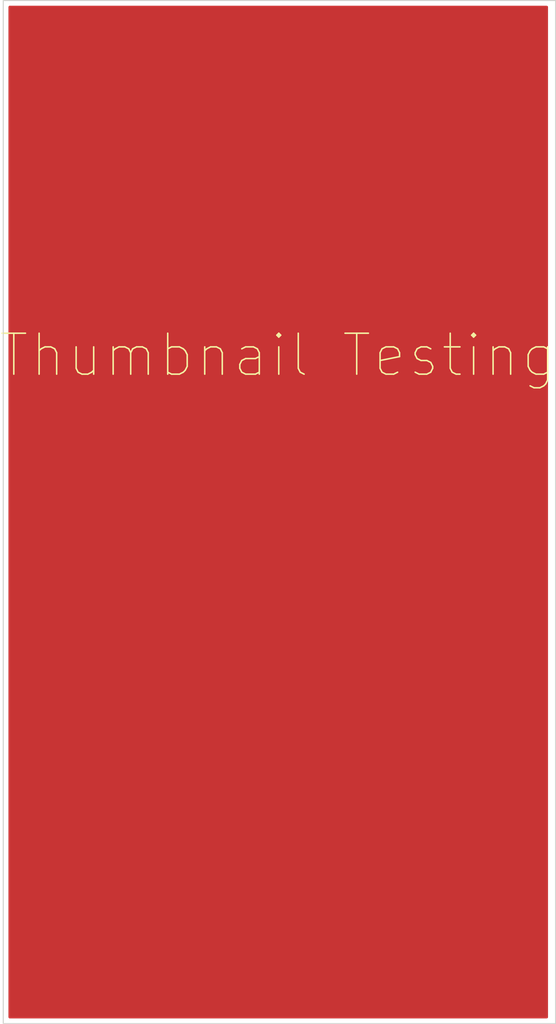
<source format=kicad_pcb>
(kicad_pcb (version 20211014) (generator pcbnew)

  (general
    (thickness 1.6)
  )

  (paper "A4")
  (layers
    (0 "F.Cu" signal)
    (31 "B.Cu" signal)
    (32 "B.Adhes" user "B.Adhesive")
    (33 "F.Adhes" user "F.Adhesive")
    (34 "B.Paste" user)
    (35 "F.Paste" user)
    (36 "B.SilkS" user "B.Silkscreen")
    (37 "F.SilkS" user "F.Silkscreen")
    (38 "B.Mask" user)
    (39 "F.Mask" user)
    (40 "Dwgs.User" user "User.Drawings")
    (41 "Cmts.User" user "User.Comments")
    (42 "Eco1.User" user "User.Eco1")
    (43 "Eco2.User" user "User.Eco2")
    (44 "Edge.Cuts" user)
    (45 "Margin" user)
    (46 "B.CrtYd" user "B.Courtyard")
    (47 "F.CrtYd" user "F.Courtyard")
    (48 "B.Fab" user)
    (49 "F.Fab" user)
    (50 "User.1" user)
    (51 "User.2" user)
    (52 "User.3" user)
    (53 "User.4" user)
    (54 "User.5" user)
    (55 "User.6" user)
    (56 "User.7" user)
    (57 "User.8" user)
    (58 "User.9" user)
  )

  (setup
    (pad_to_mask_clearance 0)
    (pcbplotparams
      (layerselection 0x00010fc_ffffffff)
      (disableapertmacros false)
      (usegerberextensions false)
      (usegerberattributes true)
      (usegerberadvancedattributes true)
      (creategerberjobfile true)
      (svguseinch false)
      (svgprecision 6)
      (excludeedgelayer true)
      (plotframeref false)
      (viasonmask false)
      (mode 1)
      (useauxorigin false)
      (hpglpennumber 1)
      (hpglpenspeed 20)
      (hpglpendiameter 15.000000)
      (dxfpolygonmode true)
      (dxfimperialunits true)
      (dxfusepcbnewfont true)
      (psnegative false)
      (psa4output false)
      (plotreference true)
      (plotvalue true)
      (plotinvisibletext false)
      (sketchpadsonfab false)
      (subtractmaskfromsilk false)
      (outputformat 1)
      (mirror false)
      (drillshape 1)
      (scaleselection 1)
      (outputdirectory "")
    )
  )

  (net 0 "")

  (gr_line (start 90 40) (end 144 40) (layer "Edge.Cuts") (width 0.1) (tstamp 36345351-538b-444a-8497-084aa85564fc))
  (gr_line (start 90 140) (end 144 140) (layer "Edge.Cuts") (width 0.1) (tstamp 44691bad-ba51-4baa-bd08-f422048b55e3))
  (gr_line (start 144 40) (end 144 140) (layer "Edge.Cuts") (width 0.1) (tstamp 83281327-671c-4852-963f-9e34d23c3076))
  (gr_line (start 90 40) (end 90 140) (layer "Edge.Cuts") (width 0.1) (tstamp f93bae4b-ddab-4154-b3bf-f6eed6cd910e))
  (gr_text "Thumbnail Testing" (at 116.84 74.676) (layer "F.SilkS") (tstamp e3ff02e9-1ac8-4e53-9311-07252af24a5f)
    (effects (font (size 4 4) (thickness 0.15)))
  )

  (zone (net 0) (net_name "") (layer "F.Cu") (tstamp 02de0d98-bdfc-432a-82d6-4bec37aa3ae4) (hatch edge 0.508)
    (connect_pads (clearance 0.508))
    (min_thickness 0.254) (filled_areas_thickness no)
    (fill yes (thermal_gap 0.508) (thermal_bridge_width 0.508))
    (polygon
      (pts
        (xy 143.256 139.7)
        (xy 90.17 139.7)
        (xy 90.17 40.132)
        (xy 143.256 40.132)
      )
    )
    (filled_polygon
      (layer "F.Cu")
      (island)
      (pts
        (xy 143.198121 40.528502)
        (xy 143.244614 40.582158)
        (xy 143.256 40.6345)
        (xy 143.256 139.3655)
        (xy 143.235998 139.433621)
        (xy 143.182342 139.480114)
        (xy 143.13 139.4915)
        (xy 90.6345 139.4915)
        (xy 90.566379 139.471498)
        (xy 90.519886 139.417842)
        (xy 90.5085 139.3655)
        (xy 90.5085 40.6345)
        (xy 90.528502 40.566379)
        (xy 90.582158 40.519886)
        (xy 90.6345 40.5085)
        (xy 143.13 40.5085)
      )
    )
  )
)

</source>
